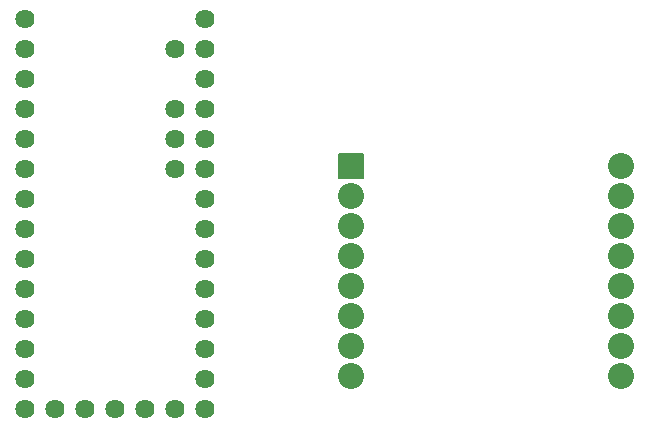
<source format=gbs>
G04 Layer: BottomSolderMaskLayer*
G04 EasyEDA v6.5.9, 2022-09-16 14:53:16*
G04 a67cddfb3fce44daa9051d46cbbcc19f,10*
G04 Gerber Generator version 0.2*
G04 Scale: 100 percent, Rotated: No, Reflected: No *
G04 Dimensions in millimeters *
G04 leading zeros omitted , absolute positions ,4 integer and 5 decimal *
%FSLAX45Y45*%
%MOMM*%

%ADD10C,2.2032*%
%ADD11C,1.6256*%

%LPD*%
D10*
G01*
X2999993Y499998D03*
G01*
X2999993Y753998D03*
G01*
X5285993Y753998D03*
G01*
X5285993Y499998D03*
G01*
X2999993Y1007998D03*
G01*
X2999993Y1261998D03*
G01*
X5285993Y1261998D03*
G01*
X5285993Y1007998D03*
G01*
X2999993Y1515998D03*
G01*
X2999993Y1769998D03*
G01*
X5285993Y1769998D03*
G01*
X5285993Y1515998D03*
G01*
X2999993Y2023998D03*
G36*
X2899994Y2167839D02*
G01*
X2896946Y2168347D01*
X2893898Y2169871D01*
X2891866Y2171903D01*
X2890342Y2174951D01*
X2889834Y2177999D01*
X2889758Y2178050D01*
X2889758Y2377947D01*
X2889834Y2377998D01*
X2890342Y2381046D01*
X2891866Y2384094D01*
X2893898Y2386126D01*
X2896946Y2387650D01*
X2899994Y2388158D01*
X2899918Y2388107D01*
X3100070Y2388107D01*
X3099993Y2388158D01*
X3103041Y2387650D01*
X3106089Y2386126D01*
X3108121Y2384094D01*
X3109645Y2381046D01*
X3110153Y2377998D01*
X3110229Y2377947D01*
X3110229Y2178050D01*
X3110153Y2177999D01*
X3109645Y2174951D01*
X3108121Y2171903D01*
X3106089Y2169871D01*
X3103041Y2168347D01*
X3099993Y2167839D01*
X3100070Y2167889D01*
X2899918Y2167889D01*
G37*
G01*
X5285993Y2277998D03*
G01*
X5285993Y2023998D03*
D11*
G01*
X237997Y3523995D03*
G01*
X237997Y3269995D03*
G01*
X237997Y3015995D03*
G01*
X237997Y2761995D03*
G01*
X237997Y2507995D03*
G01*
X237997Y2253995D03*
G01*
X237997Y1999995D03*
G01*
X237997Y1745995D03*
G01*
X237997Y1491995D03*
G01*
X237997Y1237995D03*
G01*
X237997Y983995D03*
G01*
X237997Y729995D03*
G01*
X237997Y475995D03*
G01*
X237997Y221995D03*
G01*
X491997Y221995D03*
G01*
X745997Y221995D03*
G01*
X999997Y221995D03*
G01*
X1253997Y221995D03*
G01*
X1507997Y221995D03*
G01*
X1761997Y221995D03*
G01*
X1761997Y475995D03*
G01*
X1761997Y729995D03*
G01*
X1761997Y983995D03*
G01*
X1761997Y1237995D03*
G01*
X1761997Y1491995D03*
G01*
X1761997Y1745995D03*
G01*
X1761997Y1999995D03*
G01*
X1761997Y2253995D03*
G01*
X1761997Y2507995D03*
G01*
X1761997Y2761995D03*
G01*
X1761997Y3015995D03*
G01*
X1761997Y3269995D03*
G01*
X1761997Y3523995D03*
G01*
X1507997Y3269995D03*
G01*
X1507997Y2761995D03*
G01*
X1507997Y2507995D03*
G01*
X1507997Y2253995D03*
M02*

</source>
